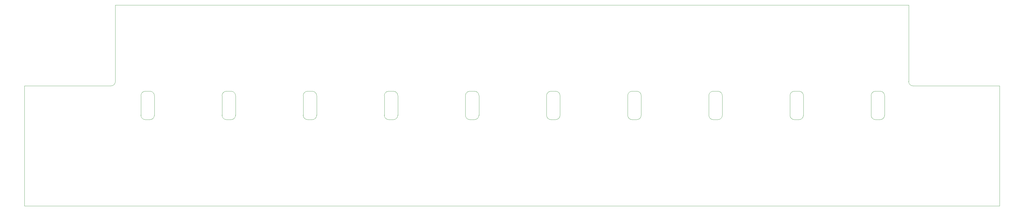
<source format=gbr>
%TF.GenerationSoftware,KiCad,Pcbnew,(5.1.9-0-10_14)*%
%TF.CreationDate,2022-08-21T20:49:42-04:00*%
%TF.ProjectId,47AhFoMoCo,34374168-466f-44d6-9f43-6f2e6b696361,rev?*%
%TF.SameCoordinates,Original*%
%TF.FileFunction,Profile,NP*%
%FSLAX46Y46*%
G04 Gerber Fmt 4.6, Leading zero omitted, Abs format (unit mm)*
G04 Created by KiCad (PCBNEW (5.1.9-0-10_14)) date 2022-08-21 20:49:42*
%MOMM*%
%LPD*%
G01*
G04 APERTURE LIST*
%TA.AperFunction,Profile*%
%ADD10C,0.050000*%
%TD*%
G04 APERTURE END LIST*
D10*
X327500000Y-100000000D02*
G75*
G02*
X326000000Y-98500000I0J1500000D01*
G01*
X356250000Y-140000000D02*
X336000000Y-140000000D01*
X356250000Y-100000000D02*
X356250000Y-140000000D01*
X336000000Y-100000000D02*
X356250000Y-100000000D01*
X31750000Y-140000000D02*
X52000000Y-140000000D01*
X31750000Y-100000000D02*
X31750000Y-140000000D01*
X52000000Y-100000000D02*
X31750000Y-100000000D01*
X62000000Y-98500000D02*
G75*
G02*
X60500000Y-100000000I-1500000J0D01*
G01*
X75000000Y-109750000D02*
X75000000Y-103250000D01*
X75000000Y-109750000D02*
G75*
G02*
X73500000Y-111250000I-1500000J0D01*
G01*
X72000000Y-111250000D02*
X73500000Y-111250000D01*
X73500000Y-101750000D02*
G75*
G02*
X75000000Y-103250000I0J-1500000D01*
G01*
X70500000Y-103250000D02*
G75*
G02*
X72000000Y-101750000I1500000J0D01*
G01*
X72000000Y-111250000D02*
G75*
G02*
X70500000Y-109750000I0J1500000D01*
G01*
X73500000Y-101750000D02*
X72000000Y-101750000D01*
X70500000Y-103250000D02*
X70500000Y-109750000D01*
X102000000Y-109750000D02*
X102000000Y-103250000D01*
X102000000Y-109750000D02*
G75*
G02*
X100500000Y-111250000I-1500000J0D01*
G01*
X99000000Y-111250000D02*
X100500000Y-111250000D01*
X100500000Y-101750000D02*
G75*
G02*
X102000000Y-103250000I0J-1500000D01*
G01*
X97500000Y-103250000D02*
G75*
G02*
X99000000Y-101750000I1500000J0D01*
G01*
X99000000Y-111250000D02*
G75*
G02*
X97500000Y-109750000I0J1500000D01*
G01*
X100500000Y-101750000D02*
X99000000Y-101750000D01*
X97500000Y-103250000D02*
X97500000Y-109750000D01*
X129000000Y-109750000D02*
X129000000Y-103250000D01*
X129000000Y-109750000D02*
G75*
G02*
X127500000Y-111250000I-1500000J0D01*
G01*
X126000000Y-111250000D02*
X127500000Y-111250000D01*
X127500000Y-101750000D02*
G75*
G02*
X129000000Y-103250000I0J-1500000D01*
G01*
X124500000Y-103250000D02*
G75*
G02*
X126000000Y-101750000I1500000J0D01*
G01*
X126000000Y-111250000D02*
G75*
G02*
X124500000Y-109750000I0J1500000D01*
G01*
X127500000Y-101750000D02*
X126000000Y-101750000D01*
X124500000Y-103250000D02*
X124500000Y-109750000D01*
X156000000Y-109750000D02*
X156000000Y-103250000D01*
X156000000Y-109750000D02*
G75*
G02*
X154500000Y-111250000I-1500000J0D01*
G01*
X153000000Y-111250000D02*
X154500000Y-111250000D01*
X154500000Y-101750000D02*
G75*
G02*
X156000000Y-103250000I0J-1500000D01*
G01*
X151500000Y-103250000D02*
G75*
G02*
X153000000Y-101750000I1500000J0D01*
G01*
X153000000Y-111250000D02*
G75*
G02*
X151500000Y-109750000I0J1500000D01*
G01*
X154500000Y-101750000D02*
X153000000Y-101750000D01*
X151500000Y-103250000D02*
X151500000Y-109750000D01*
X183000000Y-109750000D02*
X183000000Y-103250000D01*
X183000000Y-109750000D02*
G75*
G02*
X181500000Y-111250000I-1500000J0D01*
G01*
X180000000Y-111250000D02*
X181500000Y-111250000D01*
X181500000Y-101750000D02*
G75*
G02*
X183000000Y-103250000I0J-1500000D01*
G01*
X178500000Y-103250000D02*
G75*
G02*
X180000000Y-101750000I1500000J0D01*
G01*
X180000000Y-111250000D02*
G75*
G02*
X178500000Y-109750000I0J1500000D01*
G01*
X181500000Y-101750000D02*
X180000000Y-101750000D01*
X178500000Y-103250000D02*
X178500000Y-109750000D01*
X210000000Y-109750000D02*
X210000000Y-103250000D01*
X210000000Y-109750000D02*
G75*
G02*
X208500000Y-111250000I-1500000J0D01*
G01*
X207000000Y-111250000D02*
X208500000Y-111250000D01*
X208500000Y-101750000D02*
G75*
G02*
X210000000Y-103250000I0J-1500000D01*
G01*
X205500000Y-103250000D02*
G75*
G02*
X207000000Y-101750000I1500000J0D01*
G01*
X207000000Y-111250000D02*
G75*
G02*
X205500000Y-109750000I0J1500000D01*
G01*
X208500000Y-101750000D02*
X207000000Y-101750000D01*
X205500000Y-103250000D02*
X205500000Y-109750000D01*
X237000000Y-109750000D02*
X237000000Y-103250000D01*
X237000000Y-109750000D02*
G75*
G02*
X235500000Y-111250000I-1500000J0D01*
G01*
X234000000Y-111250000D02*
X235500000Y-111250000D01*
X235500000Y-101750000D02*
G75*
G02*
X237000000Y-103250000I0J-1500000D01*
G01*
X232500000Y-103250000D02*
G75*
G02*
X234000000Y-101750000I1500000J0D01*
G01*
X234000000Y-111250000D02*
G75*
G02*
X232500000Y-109750000I0J1500000D01*
G01*
X235500000Y-101750000D02*
X234000000Y-101750000D01*
X232500000Y-103250000D02*
X232500000Y-109750000D01*
X264000000Y-109750000D02*
X264000000Y-103250000D01*
X264000000Y-109750000D02*
G75*
G02*
X262500000Y-111250000I-1500000J0D01*
G01*
X261000000Y-111250000D02*
X262500000Y-111250000D01*
X262500000Y-101750000D02*
G75*
G02*
X264000000Y-103250000I0J-1500000D01*
G01*
X259500000Y-103250000D02*
G75*
G02*
X261000000Y-101750000I1500000J0D01*
G01*
X261000000Y-111250000D02*
G75*
G02*
X259500000Y-109750000I0J1500000D01*
G01*
X262500000Y-101750000D02*
X261000000Y-101750000D01*
X259500000Y-103250000D02*
X259500000Y-109750000D01*
X291000000Y-109750000D02*
X291000000Y-103250000D01*
X291000000Y-109750000D02*
G75*
G02*
X289500000Y-111250000I-1500000J0D01*
G01*
X288000000Y-111250000D02*
X289500000Y-111250000D01*
X289500000Y-101750000D02*
G75*
G02*
X291000000Y-103250000I0J-1500000D01*
G01*
X286500000Y-103250000D02*
G75*
G02*
X288000000Y-101750000I1500000J0D01*
G01*
X288000000Y-111250000D02*
G75*
G02*
X286500000Y-109750000I0J1500000D01*
G01*
X289500000Y-101750000D02*
X288000000Y-101750000D01*
X286500000Y-103250000D02*
X286500000Y-109750000D01*
X318000000Y-109750000D02*
X318000000Y-103250000D01*
X318000000Y-109750000D02*
G75*
G02*
X316500000Y-111250000I-1500000J0D01*
G01*
X315000000Y-111250000D02*
X316500000Y-111250000D01*
X316500000Y-101750000D02*
G75*
G02*
X318000000Y-103250000I0J-1500000D01*
G01*
X313500000Y-103250000D02*
G75*
G02*
X315000000Y-101750000I1500000J0D01*
G01*
X315000000Y-111250000D02*
G75*
G02*
X313500000Y-109750000I0J1500000D01*
G01*
X316500000Y-101750000D02*
X315000000Y-101750000D01*
X313500000Y-103250000D02*
X313500000Y-109750000D01*
X60500000Y-100000000D02*
X52000000Y-100000000D01*
X62000000Y-73000000D02*
X62000000Y-98500000D01*
X326000000Y-73000000D02*
X62000000Y-73000000D01*
X326000000Y-98500000D02*
X326000000Y-73000000D01*
X336000000Y-100000000D02*
X327500000Y-100000000D01*
X52000000Y-140000000D02*
X336000000Y-140000000D01*
M02*

</source>
